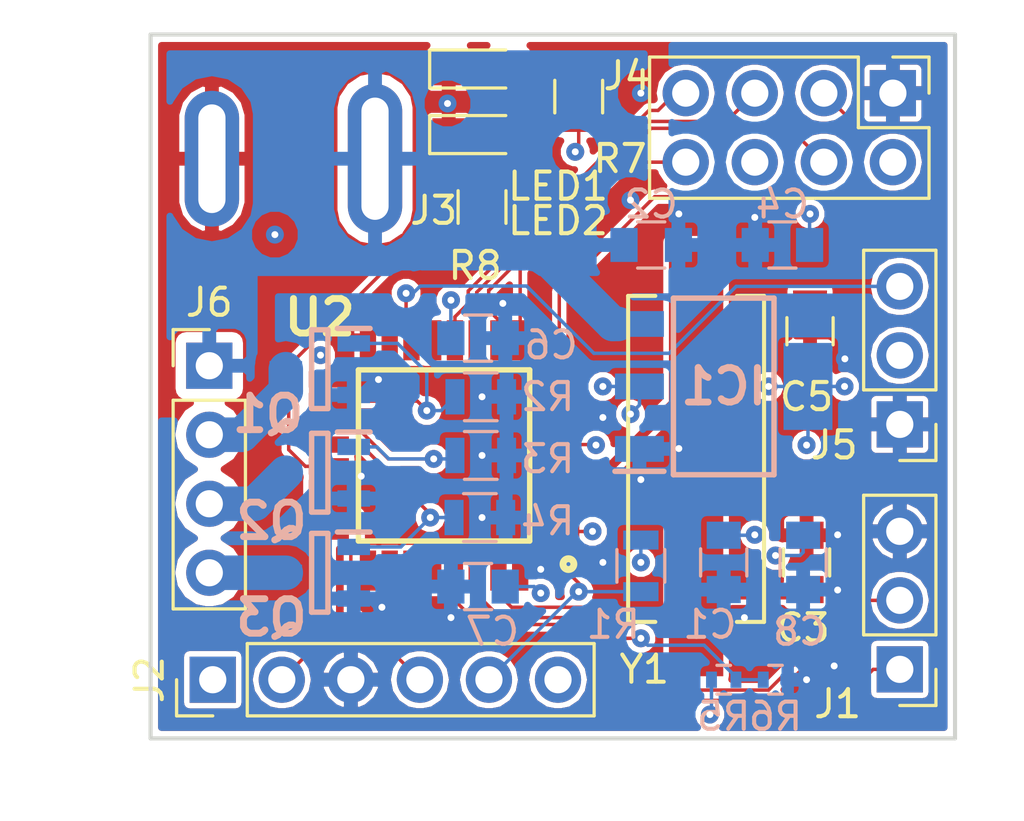
<source format=kicad_pcb>
(kicad_pcb (version 20171130) (host pcbnew "(5.0.2)-1")
  (layers (0 F.Cu signal) (1 In1.Cu power) (2 In2.Cu power) (31 B.Cu signal) (34 B.Paste user) (35 F.Paste user) (36 B.SilkS user) (37 F.SilkS user) (38 B.Mask user) (39 F.Mask user) (44 Edge.Cuts user))
  (net 0 "")
  (net 1 +12V)
  (net 2 GND)
  (net 3 "Net-(C3-Pad1)")
  (net 4 "Net-(C5-Pad1)")
  (net 5 NRF_EN)
  (net 6 CS_NRF)
  (net 7 SCK)
  (net 8 MOSI)
  (net 9 MISO)
  (net 10 NRF_INT)
  (net 11 Heart_Input)
  (net 12 GREEN)
  (net 13 RED)
  (net 14 BLUE)
  (net 15 +3V3)
  (net 16 SWCLK)
  (net 17 SWDIO)
  (net 18 NRST)
  (net 19 UART_TX)
  (net 20 UART_RX)
  (net 21 "Net-(J6-Pad4)")
  (net 22 "Net-(J6-Pad3)")
  (net 23 "Net-(J6-Pad2)")
  (net 24 "Net-(U2-Pad6)")
  (net 25 "Net-(U2-Pad7)")
  (net 26 "Net-(U2-Pad15)")
  (net 27 "Net-(U2-Pad22)")
  (net 28 "Net-(U2-Pad25)")
  (net 29 "Net-(U2-Pad26)")
  (net 30 "Net-(U2-Pad27)")
  (net 31 "Net-(U2-Pad28)")
  (net 32 "Net-(R5-Pad2)")
  (net 33 "Net-(J2-Pad6)")
  (net 34 "Net-(LED1-Pad2)")
  (net 35 "Net-(LED2-Pad2)")
  (net 36 "Net-(R8-Pad1)")
  (module LEDs:LED_0805 (layer F.Cu) (at 90.551 80.645)
    (fp_text reference LED1 (at 2.921 4.318) (layer F.SilkS))
    (fp_text value 150080VS75000)
    (fp_line (start -1.8 -0.7) (end -1.8 0.7) (layer F.SilkS) (width 0.12))
    (fp_line (start -1.8 0.7) (end 1 0.7) (layer F.SilkS) (width 0.12))
    (fp_line (start -1.8 -0.7) (end 1 -0.7) (layer F.SilkS) (width 0.12))
    (pad 2 smd rect (at 1.1 0 180) (size 1.2 1.2) (layers F.Cu F.Paste F.Mask) (net 34 "Net-(LED1-Pad2)"))
    (pad 1 smd rect (at -1.1 0 180) (size 1.2 1.2) (layers F.Cu F.Paste F.Mask) (net 2 GND))
  )
  (module LEDs:LED_0805 (layer F.Cu) (at 90.551 83.058)
    (fp_text reference LED2 (at 2.921 3.175) (layer F.SilkS))
    (fp_text value 150080VS75000)
    (fp_line (start -1.8 -0.7) (end 1 -0.7) (layer F.SilkS) (width 0.12))
    (fp_line (start -1.8 0.7) (end 1 0.7) (layer F.SilkS) (width 0.12))
    (fp_line (start -1.8 -0.7) (end -1.8 0.7) (layer F.SilkS) (width 0.12))
    (pad 1 smd rect (at -1.1 0 180) (size 1.2 1.2) (layers F.Cu F.Paste F.Mask) (net 2 GND))
    (pad 2 smd rect (at 1.1 0 180) (size 1.2 1.2) (layers F.Cu F.Paste F.Mask) (net 35 "Net-(LED2-Pad2)"))
  )
  (module Custom:Pin_Header_Straight_1x03_Pitch2.54mm (layer F.Cu) (at 106.045 102.743 180)
    (fp_text reference J1 (at 2.286 -1.27 180) (layer F.SilkS))
    (fp_text value Conn_01x03)
    (fp_line (start -1.33 6.41) (end 1.33 6.41) (layer F.SilkS) (width 0.12))
    (fp_line (start -1.33 1.27) (end -1.33 6.41) (layer F.SilkS) (width 0.12))
    (fp_line (start 1.33 1.27) (end 1.33 6.41) (layer F.SilkS) (width 0.12))
    (fp_line (start -1.33 1.27) (end 1.33 1.27) (layer F.SilkS) (width 0.12))
    (fp_line (start -1.33 0) (end -1.33 -1.33) (layer F.SilkS) (width 0.12))
    (fp_line (start -1.33 -1.33) (end 0 -1.33) (layer F.SilkS) (width 0.12))
    (pad 1 thru_hole rect (at 0 0 180) (size 1.7 1.7) (drill 1) (layers *.Cu *.Mask) (net 19 UART_TX))
    (pad 2 thru_hole oval (at 0 2.54 180) (size 1.7 1.7) (drill 1) (layers *.Cu *.Mask) (net 20 UART_RX))
    (pad 3 thru_hole oval (at 0 5.08 180) (size 1.7 1.7) (drill 1) (layers *.Cu *.Mask) (net 2 GND))
  )
  (module Custom:Pin_Header_Straight_1x03_Pitch2.54mm (layer F.Cu) (at 106.045 93.726 180)
    (fp_text reference J5 (at 2.413 -0.762 180) (layer F.SilkS))
    (fp_text value Conn_01x03)
    (fp_line (start -1.33 6.41) (end 1.33 6.41) (layer F.SilkS) (width 0.12))
    (fp_line (start -1.33 1.27) (end -1.33 6.41) (layer F.SilkS) (width 0.12))
    (fp_line (start 1.33 1.27) (end 1.33 6.41) (layer F.SilkS) (width 0.12))
    (fp_line (start -1.33 1.27) (end 1.33 1.27) (layer F.SilkS) (width 0.12))
    (fp_line (start -1.33 0) (end -1.33 -1.33) (layer F.SilkS) (width 0.12))
    (fp_line (start -1.33 -1.33) (end 0 -1.33) (layer F.SilkS) (width 0.12))
    (pad 1 thru_hole rect (at 0 0 180) (size 1.7 1.7) (drill 1) (layers *.Cu *.Mask) (net 2 GND))
    (pad 2 thru_hole oval (at 0 2.54 180) (size 1.7 1.7) (drill 1) (layers *.Cu *.Mask) (net 15 +3V3))
    (pad 3 thru_hole oval (at 0 5.08 180) (size 1.7 1.7) (drill 1) (layers *.Cu *.Mask) (net 11 Heart_Input))
  )
  (module Custom:Pin_Header_Straight_1x04_Pitch2.54mm (layer F.Cu) (at 80.645 91.567)
    (fp_text reference J6 (at 0 -2.33) (layer F.SilkS))
    (fp_text value Conn_01x04)
    (fp_line (start -1.33 8.95) (end 1.33 8.95) (layer F.SilkS) (width 0.12))
    (fp_line (start -1.33 1.27) (end -1.33 8.95) (layer F.SilkS) (width 0.12))
    (fp_line (start 1.33 1.27) (end 1.33 8.95) (layer F.SilkS) (width 0.12))
    (fp_line (start -1.33 1.27) (end 1.33 1.27) (layer F.SilkS) (width 0.12))
    (fp_line (start -1.33 0) (end -1.33 -1.33) (layer F.SilkS) (width 0.12))
    (fp_line (start -1.33 -1.33) (end 0 -1.33) (layer F.SilkS) (width 0.12))
    (pad 1 thru_hole rect (at 0 0) (size 1.7 1.7) (drill 1) (layers *.Cu *.Mask) (net 1 +12V))
    (pad 2 thru_hole oval (at 0 2.54) (size 1.7 1.7) (drill 1) (layers *.Cu *.Mask) (net 23 "Net-(J6-Pad2)"))
    (pad 3 thru_hole oval (at 0 5.08) (size 1.7 1.7) (drill 1) (layers *.Cu *.Mask) (net 22 "Net-(J6-Pad3)"))
    (pad 4 thru_hole oval (at 0 7.62) (size 1.7 1.7) (drill 1) (layers *.Cu *.Mask) (net 21 "Net-(J6-Pad4)"))
  )
  (module Custom:Pin_Header_Straight_1x06_Pitch2.54mm (layer F.Cu) (at 80.772 103.124 90)
    (fp_text reference J2 (at 0 -2.33 90) (layer F.SilkS))
    (fp_text value Conn_01x06)
    (fp_line (start -1.33 14.03) (end 1.33 14.03) (layer F.SilkS) (width 0.12))
    (fp_line (start -1.33 1.27) (end -1.33 14.03) (layer F.SilkS) (width 0.12))
    (fp_line (start 1.33 1.27) (end 1.33 14.03) (layer F.SilkS) (width 0.12))
    (fp_line (start -1.33 1.27) (end 1.33 1.27) (layer F.SilkS) (width 0.12))
    (fp_line (start -1.33 0) (end -1.33 -1.33) (layer F.SilkS) (width 0.12))
    (fp_line (start -1.33 -1.33) (end 0 -1.33) (layer F.SilkS) (width 0.12))
    (pad 1 thru_hole rect (at 0 0 90) (size 1.7 1.7) (drill 1) (layers *.Cu *.Mask) (net 15 +3V3))
    (pad 2 thru_hole oval (at 0 2.54 90) (size 1.7 1.7) (drill 1) (layers *.Cu *.Mask) (net 16 SWCLK))
    (pad 3 thru_hole oval (at 0 5.08 90) (size 1.7 1.7) (drill 1) (layers *.Cu *.Mask) (net 2 GND))
    (pad 4 thru_hole oval (at 0 7.62 90) (size 1.7 1.7) (drill 1) (layers *.Cu *.Mask) (net 17 SWDIO))
    (pad 5 thru_hole oval (at 0 10.16 90) (size 1.7 1.7) (drill 1) (layers *.Cu *.Mask) (net 18 NRST))
    (pad 6 thru_hole oval (at 0 12.7 90) (size 1.7 1.7) (drill 1) (layers *.Cu *.Mask) (net 33 "Net-(J2-Pad6)"))
  )
  (module Custom:Pin_Header_Straight_2x04_Pitch2.54mm (layer F.Cu) (at 105.791 81.534 270)
    (fp_text reference J4 (at -0.635 9.779) (layer F.SilkS))
    (fp_text value Conn_02x04_Odd_Even)
    (fp_line (start -1.33 8.95) (end 3.87 8.95) (layer F.SilkS) (width 0.12))
    (fp_line (start -1.33 1.27) (end -1.33 8.95) (layer F.SilkS) (width 0.12))
    (fp_line (start 3.87 -1.33) (end 3.87 8.95) (layer F.SilkS) (width 0.12))
    (fp_line (start -1.33 1.27) (end 1.27 1.27) (layer F.SilkS) (width 0.12))
    (fp_line (start 1.27 1.27) (end 1.27 -1.33) (layer F.SilkS) (width 0.12))
    (fp_line (start 1.27 -1.33) (end 3.87 -1.33) (layer F.SilkS) (width 0.12))
    (fp_line (start -1.33 0) (end -1.33 -1.33) (layer F.SilkS) (width 0.12))
    (fp_line (start -1.33 -1.33) (end 0 -1.33) (layer F.SilkS) (width 0.12))
    (pad 1 thru_hole rect (at 0 0 270) (size 1.7 1.7) (drill 1) (layers *.Cu *.Mask) (net 2 GND))
    (pad 2 thru_hole oval (at 2.54 0 270) (size 1.7 1.7) (drill 1) (layers *.Cu *.Mask) (net 15 +3V3))
    (pad 3 thru_hole oval (at 0 2.54 270) (size 1.7 1.7) (drill 1) (layers *.Cu *.Mask) (net 5 NRF_EN))
    (pad 4 thru_hole oval (at 2.54 2.54 270) (size 1.7 1.7) (drill 1) (layers *.Cu *.Mask) (net 6 CS_NRF))
    (pad 5 thru_hole oval (at 0 5.08 270) (size 1.7 1.7) (drill 1) (layers *.Cu *.Mask) (net 7 SCK))
    (pad 6 thru_hole oval (at 2.54 5.08 270) (size 1.7 1.7) (drill 1) (layers *.Cu *.Mask) (net 8 MOSI))
    (pad 7 thru_hole oval (at 0 7.62 270) (size 1.7 1.7) (drill 1) (layers *.Cu *.Mask) (net 9 MISO))
    (pad 8 thru_hole oval (at 2.54 7.62 270) (size 1.7 1.7) (drill 1) (layers *.Cu *.Mask) (net 10 NRF_INT))
  )
  (module Custom:SOT230P700X180-4N (layer B.Cu) (at 99.568 92.329)
    (fp_text reference IC1 (at 0 0) (layer B.SilkS) (effects (font (size 1.27 1.27) (thickness 0.254)) (justify mirror)))
    (fp_text value SPX1117M3-L-3-3_TR hide)
    (fp_line (start -4 3.125) (end -2.2 3.125) (layer B.SilkS) (width 0.2))
    (fp_line (start -1.85 -3.25) (end -1.85 3.25) (layer B.SilkS) (width 0.2))
    (fp_line (start 1.85 -3.25) (end -1.85 -3.25) (layer B.SilkS) (width 0.2))
    (fp_line (start 1.85 3.25) (end 1.85 -3.25) (layer B.SilkS) (width 0.2))
    (fp_line (start -1.85 3.25) (end 1.85 3.25) (layer B.SilkS) (width 0.2))
    (pad 4 smd rect (at 3.1 0) (size 1.8 3.2) (layers B.Cu B.Paste B.Mask) (net 15 +3V3))
    (pad 3 smd rect (at -3.1 -2.3 270) (size 0.95 1.8) (layers B.Cu B.Paste B.Mask) (net 1 +12V))
    (pad 2 smd rect (at -3.1 0 270) (size 0.95 1.8) (layers B.Cu B.Paste B.Mask) (net 15 +3V3))
    (pad 1 smd rect (at -3.1 2.3 270) (size 0.95 1.8) (layers B.Cu B.Paste B.Mask) (net 2 GND))
  )
  (module Custom:csm-7x (layer F.Cu) (at 98.552 94.996 270)
    (fp_text reference Y1 (at 7.747 1.905) (layer F.SilkS))
    (fp_text value Crystal)
    (fp_line (start 6 -2.5) (end 6 -1.5) (layer F.SilkS) (width 0.15))
    (fp_line (start 6 2.5) (end 6 1.5) (layer F.SilkS) (width 0.15))
    (fp_line (start -6 2.5) (end -6 1.5) (layer F.SilkS) (width 0.15))
    (fp_line (start -6 -2.5) (end -6 -1.5) (layer F.SilkS) (width 0.15))
    (fp_line (start -6 2.5) (end 6 2.5) (layer F.SilkS) (width 0.15))
    (fp_line (start 6 -2.5) (end -6 -2.5) (layer F.SilkS) (width 0.15))
    (pad 2 smd rect (at -5 0 270) (size 6 2) (layers F.Cu F.Paste F.Mask) (net 4 "Net-(C5-Pad1)"))
    (pad 1 smd rect (at 5 0 270) (size 6 2) (layers F.Cu F.Paste F.Mask) (net 3 "Net-(C3-Pad1)"))
  )
  (module Custom:2_pin_barrel_jack (layer F.Cu) (at 80.741 83.947)
    (fp_text reference J3 (at 8.159 1.905) (layer F.SilkS))
    (fp_text value Barrel_Jack)
    (pad 1 thru_hole oval (at 6 0) (size 2 5.5) (drill oval 1 4.5) (layers *.Cu *.Mask) (net 1 +12V))
    (pad 2 thru_hole oval (at 0 0) (size 2 5) (drill oval 1 4) (layers *.Cu *.Mask) (net 2 GND))
  )
  (module Capacitors_SMD:C_0805 (layer B.Cu) (at 99.568 98.806 90)
    (fp_text reference C1 (at -2.286 -0.508 180) (layer B.SilkS) (effects (justify mirror)))
    (fp_text value 1uF)
    (fp_line (start 0.5 0.85) (end -0.5 0.85) (layer B.SilkS) (width 0.12))
    (fp_line (start -0.5 -0.85) (end 0.5 -0.85) (layer B.SilkS) (width 0.12))
    (pad 1 smd rect (at -1 0 90) (size 1 1.25) (layers B.Cu B.Paste B.Mask) (net 2 GND))
    (pad 2 smd rect (at 1 0 90) (size 1 1.25) (layers B.Cu B.Paste B.Mask) (net 15 +3V3))
  )
  (module Capacitors_SMD:C_0805 (layer B.Cu) (at 96.901 87.122 180)
    (fp_text reference C2 (at 0 1.5 180) (layer B.SilkS) (effects (justify mirror)))
    (fp_text value 1uF)
    (fp_line (start 0.5 0.85) (end -0.5 0.85) (layer B.SilkS) (width 0.12))
    (fp_line (start -0.5 -0.85) (end 0.5 -0.85) (layer B.SilkS) (width 0.12))
    (pad 1 smd rect (at -1 0 180) (size 1 1.25) (layers B.Cu B.Paste B.Mask) (net 2 GND))
    (pad 2 smd rect (at 1 0 180) (size 1 1.25) (layers B.Cu B.Paste B.Mask) (net 1 +12V))
  )
  (module Capacitors_SMD:C_0805 (layer F.Cu) (at 102.616 98.806 90)
    (fp_text reference C3 (at -2.413 -0.127 180) (layer F.SilkS))
    (fp_text value C_small)
    (fp_line (start 0.5 -0.85) (end -0.5 -0.85) (layer F.SilkS) (width 0.12))
    (fp_line (start -0.5 0.85) (end 0.5 0.85) (layer F.SilkS) (width 0.12))
    (pad 1 smd rect (at -1 0 90) (size 1 1.25) (layers F.Cu F.Paste F.Mask) (net 3 "Net-(C3-Pad1)"))
    (pad 2 smd rect (at 1 0 90) (size 1 1.25) (layers F.Cu F.Paste F.Mask) (net 2 GND))
  )
  (module Capacitors_SMD:C_0805 (layer B.Cu) (at 101.727 87.122 180)
    (fp_text reference C4 (at 0 1.5 180) (layer B.SilkS) (effects (justify mirror)))
    (fp_text value 10uF)
    (fp_line (start 0.5 0.85) (end -0.5 0.85) (layer B.SilkS) (width 0.12))
    (fp_line (start -0.5 -0.85) (end 0.5 -0.85) (layer B.SilkS) (width 0.12))
    (pad 1 smd rect (at -1 0 180) (size 1 1.25) (layers B.Cu B.Paste B.Mask) (net 15 +3V3))
    (pad 2 smd rect (at 1 0 180) (size 1 1.25) (layers B.Cu B.Paste B.Mask) (net 2 GND))
  )
  (module Capacitors_SMD:C_0805 (layer F.Cu) (at 102.743 90.297 270)
    (fp_text reference C5 (at 2.413 0.127) (layer F.SilkS))
    (fp_text value C_small)
    (fp_line (start 0.5 -0.85) (end -0.5 -0.85) (layer F.SilkS) (width 0.12))
    (fp_line (start -0.5 0.85) (end 0.5 0.85) (layer F.SilkS) (width 0.12))
    (pad 1 smd rect (at -1 0 270) (size 1 1.25) (layers F.Cu F.Paste F.Mask) (net 4 "Net-(C5-Pad1)"))
    (pad 2 smd rect (at 1 0 270) (size 1 1.25) (layers F.Cu F.Paste F.Mask) (net 2 GND))
  )
  (module Capacitors_SMD:C_0805 (layer B.Cu) (at 90.531 90.551)
    (fp_text reference C6 (at 2.687 0.254) (layer B.SilkS) (effects (justify mirror)))
    (fp_text value 0.1uF)
    (fp_line (start 0.5 0.85) (end -0.5 0.85) (layer B.SilkS) (width 0.12))
    (fp_line (start -0.5 -0.85) (end 0.5 -0.85) (layer B.SilkS) (width 0.12))
    (pad 1 smd rect (at -1 0) (size 1 1.25) (layers B.Cu B.Paste B.Mask) (net 15 +3V3))
    (pad 2 smd rect (at 1 0) (size 1 1.25) (layers B.Cu B.Paste B.Mask) (net 2 GND))
  )
  (module Capacitors_SMD:C_0805 (layer B.Cu) (at 90.531 99.695 180)
    (fp_text reference C7 (at -0.528 -1.651 180) (layer B.SilkS) (effects (justify mirror)))
    (fp_text value 0.1uF)
    (fp_line (start 0.5 0.85) (end -0.5 0.85) (layer B.SilkS) (width 0.12))
    (fp_line (start -0.5 -0.85) (end 0.5 -0.85) (layer B.SilkS) (width 0.12))
    (pad 1 smd rect (at -1 0 180) (size 1 1.25) (layers B.Cu B.Paste B.Mask) (net 15 +3V3))
    (pad 2 smd rect (at 1 0 180) (size 1 1.25) (layers B.Cu B.Paste B.Mask) (net 2 GND))
  )
  (module Capacitors_SMD:C_0805 (layer B.Cu) (at 102.489 98.806 270)
    (fp_text reference C8 (at 2.54 0.127) (layer B.SilkS) (effects (justify mirror)))
    (fp_text value 0.1uF)
    (fp_line (start 0.5 0.85) (end -0.5 0.85) (layer B.SilkS) (width 0.12))
    (fp_line (start -0.5 -0.85) (end 0.5 -0.85) (layer B.SilkS) (width 0.12))
    (pad 1 smd rect (at -1 0 270) (size 1 1.25) (layers B.Cu B.Paste B.Mask) (net 15 +3V3))
    (pad 2 smd rect (at 1 0 270) (size 1 1.25) (layers B.Cu B.Paste B.Mask) (net 2 GND))
  )
  (module Resistors_SMD:R_0805 (layer B.Cu) (at 96.52 98.933 270)
    (fp_text reference R1 (at 2.159 1.016) (layer B.SilkS) (effects (justify mirror)))
    (fp_text value 10k)
    (fp_line (start 0.6 -0.88) (end -0.6 -0.88) (layer B.SilkS) (width 0.12))
    (fp_line (start -0.6 0.88) (end 0.6 0.88) (layer B.SilkS) (width 0.12))
    (pad 1 smd rect (at -0.95 0 270) (size 0.7 1.3) (layers B.Cu B.Paste B.Mask) (net 15 +3V3))
    (pad 2 smd rect (at 0.95 0 270) (size 0.7 1.3) (layers B.Cu B.Paste B.Mask) (net 18 NRST))
  )
  (module Resistors_SMD:R_0805 (layer B.Cu) (at 90.631 92.71)
    (fp_text reference R2 (at 2.46 0) (layer B.SilkS) (effects (justify mirror)))
    (fp_text value 10k)
    (fp_line (start 0.6 -0.88) (end -0.6 -0.88) (layer B.SilkS) (width 0.12))
    (fp_line (start -0.6 0.88) (end 0.6 0.88) (layer B.SilkS) (width 0.12))
    (pad 1 smd rect (at -0.95 0) (size 0.7 1.3) (layers B.Cu B.Paste B.Mask) (net 12 GREEN))
    (pad 2 smd rect (at 0.95 0) (size 0.7 1.3) (layers B.Cu B.Paste B.Mask) (net 2 GND))
  )
  (module Resistors_SMD:R_0805 (layer B.Cu) (at 90.631 94.869)
    (fp_text reference R3 (at 2.46 0.127) (layer B.SilkS) (effects (justify mirror)))
    (fp_text value 10k)
    (fp_line (start 0.6 -0.88) (end -0.6 -0.88) (layer B.SilkS) (width 0.12))
    (fp_line (start -0.6 0.88) (end 0.6 0.88) (layer B.SilkS) (width 0.12))
    (pad 1 smd rect (at -0.95 0) (size 0.7 1.3) (layers B.Cu B.Paste B.Mask) (net 13 RED))
    (pad 2 smd rect (at 0.95 0) (size 0.7 1.3) (layers B.Cu B.Paste B.Mask) (net 2 GND))
  )
  (module Resistors_SMD:R_0805 (layer B.Cu) (at 90.598 97.155)
    (fp_text reference R4 (at 2.493 0.127) (layer B.SilkS) (effects (justify mirror)))
    (fp_text value 10k)
    (fp_line (start 0.6 -0.88) (end -0.6 -0.88) (layer B.SilkS) (width 0.12))
    (fp_line (start -0.6 0.88) (end 0.6 0.88) (layer B.SilkS) (width 0.12))
    (pad 1 smd rect (at -0.95 0) (size 0.7 1.3) (layers B.Cu B.Paste B.Mask) (net 14 BLUE))
    (pad 2 smd rect (at 0.95 0) (size 0.7 1.3) (layers B.Cu B.Paste B.Mask) (net 2 GND))
  )
  (module Custom:QFP80P900X900X160-32N (layer F.Cu) (at 89.281 94.869 180)
    (fp_text reference U2 (at 4.572 5.08 180) (layer F.SilkS) (effects (font (size 1.27 1.27) (thickness 0.254))))
    (fp_text value STM32F030K6Tx hide)
    (fp_circle (center -4.575 -4) (end -4.775 -4) (layer F.SilkS) (width 0.254))
    (fp_line (start -3.15 3.15) (end -3.15 -3.15) (layer F.SilkS) (width 0.2))
    (fp_line (start 3.15 3.15) (end -3.15 3.15) (layer F.SilkS) (width 0.2))
    (fp_line (start 3.15 -3.15) (end 3.15 3.15) (layer F.SilkS) (width 0.2))
    (fp_line (start -3.15 -3.15) (end 3.15 -3.15) (layer F.SilkS) (width 0.2))
    (pad 32 smd rect (at -2.8 -4.238 180) (size 0.6 1.475) (layers F.Cu F.Paste F.Mask) (net 2 GND))
    (pad 31 smd rect (at -2 -4.238 180) (size 0.6 1.475) (layers F.Cu F.Paste F.Mask) (net 32 "Net-(R5-Pad2)"))
    (pad 30 smd rect (at -1.2 -4.238 180) (size 0.6 1.475) (layers F.Cu F.Paste F.Mask) (net 20 UART_RX))
    (pad 29 smd rect (at -0.4 -4.238 180) (size 0.6 1.475) (layers F.Cu F.Paste F.Mask) (net 19 UART_TX))
    (pad 28 smd rect (at 0.4 -4.238 180) (size 0.6 1.475) (layers F.Cu F.Paste F.Mask) (net 31 "Net-(U2-Pad28)"))
    (pad 27 smd rect (at 1.2 -4.238 180) (size 0.6 1.475) (layers F.Cu F.Paste F.Mask) (net 30 "Net-(U2-Pad27)"))
    (pad 26 smd rect (at 2 -4.238 180) (size 0.6 1.475) (layers F.Cu F.Paste F.Mask) (net 29 "Net-(U2-Pad26)"))
    (pad 25 smd rect (at 2.8 -4.238 180) (size 0.6 1.475) (layers F.Cu F.Paste F.Mask) (net 28 "Net-(U2-Pad25)"))
    (pad 24 smd rect (at 4.238 -2.8 270) (size 0.6 1.475) (layers F.Cu F.Paste F.Mask) (net 16 SWCLK))
    (pad 23 smd rect (at 4.238 -2 270) (size 0.6 1.475) (layers F.Cu F.Paste F.Mask) (net 17 SWDIO))
    (pad 22 smd rect (at 4.238 -1.2 270) (size 0.6 1.475) (layers F.Cu F.Paste F.Mask) (net 27 "Net-(U2-Pad22)"))
    (pad 21 smd rect (at 4.238 -0.4 270) (size 0.6 1.475) (layers F.Cu F.Paste F.Mask) (net 36 "Net-(R8-Pad1)"))
    (pad 20 smd rect (at 4.238 0.4 270) (size 0.6 1.475) (layers F.Cu F.Paste F.Mask) (net 14 BLUE))
    (pad 19 smd rect (at 4.238 1.2 270) (size 0.6 1.475) (layers F.Cu F.Paste F.Mask) (net 13 RED))
    (pad 18 smd rect (at 4.238 2 270) (size 0.6 1.475) (layers F.Cu F.Paste F.Mask) (net 12 GREEN))
    (pad 17 smd rect (at 4.238 2.8 270) (size 0.6 1.475) (layers F.Cu F.Paste F.Mask) (net 15 +3V3))
    (pad 16 smd rect (at 2.8 4.238 180) (size 0.6 1.475) (layers F.Cu F.Paste F.Mask) (net 2 GND))
    (pad 15 smd rect (at 2 4.238 180) (size 0.6 1.475) (layers F.Cu F.Paste F.Mask) (net 26 "Net-(U2-Pad15)"))
    (pad 14 smd rect (at 1.2 4.238 180) (size 0.6 1.475) (layers F.Cu F.Paste F.Mask) (net 11 Heart_Input))
    (pad 13 smd rect (at 0.4 4.238 180) (size 0.6 1.475) (layers F.Cu F.Paste F.Mask) (net 8 MOSI))
    (pad 12 smd rect (at -0.4 4.238 180) (size 0.6 1.475) (layers F.Cu F.Paste F.Mask) (net 9 MISO))
    (pad 11 smd rect (at -1.2 4.238 180) (size 0.6 1.475) (layers F.Cu F.Paste F.Mask) (net 7 SCK))
    (pad 10 smd rect (at -2 4.238 180) (size 0.6 1.475) (layers F.Cu F.Paste F.Mask) (net 6 CS_NRF))
    (pad 9 smd rect (at -2.8 4.238 180) (size 0.6 1.475) (layers F.Cu F.Paste F.Mask) (net 10 NRF_INT))
    (pad 8 smd rect (at -4.238 2.8 270) (size 0.6 1.475) (layers F.Cu F.Paste F.Mask) (net 5 NRF_EN))
    (pad 7 smd rect (at -4.238 2 270) (size 0.6 1.475) (layers F.Cu F.Paste F.Mask) (net 25 "Net-(U2-Pad7)"))
    (pad 6 smd rect (at -4.238 1.2 270) (size 0.6 1.475) (layers F.Cu F.Paste F.Mask) (net 24 "Net-(U2-Pad6)"))
    (pad 5 smd rect (at -4.238 0.4 270) (size 0.6 1.475) (layers F.Cu F.Paste F.Mask) (net 15 +3V3))
    (pad 4 smd rect (at -4.238 -0.4 270) (size 0.6 1.475) (layers F.Cu F.Paste F.Mask) (net 18 NRST))
    (pad 3 smd rect (at -4.238 -1.2 270) (size 0.6 1.475) (layers F.Cu F.Paste F.Mask) (net 4 "Net-(C5-Pad1)"))
    (pad 2 smd rect (at -4.238 -2 270) (size 0.6 1.475) (layers F.Cu F.Paste F.Mask) (net 3 "Net-(C3-Pad1)"))
    (pad 1 smd rect (at -4.238 -2.8 270) (size 0.6 1.475) (layers F.Cu F.Paste F.Mask) (net 15 +3V3))
  )
  (module Custom:SOT95P280X130-3N (layer B.Cu) (at 84.709 99.187 180)
    (fp_text reference Q3 (at 1.778 -1.651 180) (layer B.SilkS) (effects (font (size 1.27 1.27) (thickness 0.254)) (justify mirror)))
    (fp_text value TSM320N03CX hide)
    (fp_line (start -1.85 1.5) (end -0.65 1.5) (layer B.SilkS) (width 0.2))
    (fp_line (start -0.3 -1.45) (end -0.3 1.45) (layer B.SilkS) (width 0.2))
    (fp_line (start 0.3 -1.45) (end -0.3 -1.45) (layer B.SilkS) (width 0.2))
    (fp_line (start 0.3 1.45) (end 0.3 -1.45) (layer B.SilkS) (width 0.2))
    (fp_line (start -0.3 1.45) (end 0.3 1.45) (layer B.SilkS) (width 0.2))
    (pad 3 smd rect (at 1.25 0 90) (size 0.6 1.2) (layers B.Cu B.Paste B.Mask) (net 21 "Net-(J6-Pad4)"))
    (pad 2 smd rect (at -1.25 -0.95 90) (size 0.6 1.2) (layers B.Cu B.Paste B.Mask) (net 2 GND))
    (pad 1 smd rect (at -1.25 0.95 90) (size 0.6 1.2) (layers B.Cu B.Paste B.Mask) (net 14 BLUE))
  )
  (module Custom:SOT95P280X130-3N (layer B.Cu) (at 84.709 95.504 180)
    (fp_text reference Q2 (at 1.778 -1.778 180) (layer B.SilkS) (effects (font (size 1.27 1.27) (thickness 0.254)) (justify mirror)))
    (fp_text value TSM320N03CX hide)
    (fp_line (start -1.85 1.5) (end -0.65 1.5) (layer B.SilkS) (width 0.2))
    (fp_line (start -0.3 -1.45) (end -0.3 1.45) (layer B.SilkS) (width 0.2))
    (fp_line (start 0.3 -1.45) (end -0.3 -1.45) (layer B.SilkS) (width 0.2))
    (fp_line (start 0.3 1.45) (end 0.3 -1.45) (layer B.SilkS) (width 0.2))
    (fp_line (start -0.3 1.45) (end 0.3 1.45) (layer B.SilkS) (width 0.2))
    (pad 3 smd rect (at 1.25 0 90) (size 0.6 1.2) (layers B.Cu B.Paste B.Mask) (net 22 "Net-(J6-Pad3)"))
    (pad 2 smd rect (at -1.25 -0.95 90) (size 0.6 1.2) (layers B.Cu B.Paste B.Mask) (net 2 GND))
    (pad 1 smd rect (at -1.25 0.95 90) (size 0.6 1.2) (layers B.Cu B.Paste B.Mask) (net 13 RED))
  )
  (module Custom:SOT95P280X130-3N (layer B.Cu) (at 84.709 91.694 180)
    (fp_text reference Q1 (at 1.905 -1.651 180) (layer B.SilkS) (effects (font (size 1.27 1.27) (thickness 0.254)) (justify mirror)))
    (fp_text value TSM320N03CX hide)
    (fp_line (start -1.85 1.5) (end -0.65 1.5) (layer B.SilkS) (width 0.2))
    (fp_line (start -0.3 -1.45) (end -0.3 1.45) (layer B.SilkS) (width 0.2))
    (fp_line (start 0.3 -1.45) (end -0.3 -1.45) (layer B.SilkS) (width 0.2))
    (fp_line (start 0.3 1.45) (end 0.3 -1.45) (layer B.SilkS) (width 0.2))
    (fp_line (start -0.3 1.45) (end 0.3 1.45) (layer B.SilkS) (width 0.2))
    (pad 3 smd rect (at 1.25 0 90) (size 0.6 1.2) (layers B.Cu B.Paste B.Mask) (net 23 "Net-(J6-Pad2)"))
    (pad 2 smd rect (at -1.25 -0.95 90) (size 0.6 1.2) (layers B.Cu B.Paste B.Mask) (net 2 GND))
    (pad 1 smd rect (at -1.25 0.95 90) (size 0.6 1.2) (layers B.Cu B.Paste B.Mask) (net 12 GREEN))
  )
  (module Resistors_SMD:R_0402 (layer B.Cu) (at 101.473 103.124)
    (fp_text reference R6 (at 0 1.35) (layer B.SilkS) (effects (justify mirror)))
    (fp_text value 0)
    (fp_line (start 0.25 0.53) (end -0.25 0.53) (layer B.SilkS) (width 0.12))
    (fp_line (start -0.25 -0.53) (end 0.25 -0.53) (layer B.SilkS) (width 0.12))
    (pad 1 smd rect (at -0.45 0) (size 0.4 0.6) (layers B.Cu B.Paste B.Mask) (net 32 "Net-(R5-Pad2)"))
    (pad 2 smd rect (at 0.45 0) (size 0.4 0.6) (layers B.Cu B.Paste B.Mask) (net 2 GND))
  )
  (module Resistors_SMD:R_0402 (layer B.Cu) (at 99.568 103.124)
    (fp_text reference R5 (at 0 1.35) (layer B.SilkS) (effects (justify mirror)))
    (fp_text value no-pop)
    (fp_line (start 0.25 0.53) (end -0.25 0.53) (layer B.SilkS) (width 0.12))
    (fp_line (start -0.25 -0.53) (end 0.25 -0.53) (layer B.SilkS) (width 0.12))
    (pad 1 smd rect (at -0.45 0) (size 0.4 0.6) (layers B.Cu B.Paste B.Mask) (net 15 +3V3))
    (pad 2 smd rect (at 0.45 0) (size 0.4 0.6) (layers B.Cu B.Paste B.Mask) (net 32 "Net-(R5-Pad2)"))
  )
  (module Resistors_SMD:R_0805 (layer F.Cu) (at 94.234 81.661 90)
    (fp_text reference R7 (at -2.286 1.524 180) (layer F.SilkS))
    (fp_text value 1k)
    (fp_line (start 0.6 0.88) (end -0.6 0.88) (layer F.SilkS) (width 0.12))
    (fp_line (start -0.6 -0.88) (end 0.6 -0.88) (layer F.SilkS) (width 0.12))
    (pad 1 smd rect (at -0.95 0 90) (size 0.7 1.3) (layers F.Cu F.Paste F.Mask) (net 15 +3V3))
    (pad 2 smd rect (at 0.95 0 90) (size 0.7 1.3) (layers F.Cu F.Paste F.Mask) (net 34 "Net-(LED1-Pad2)"))
  )
  (module Resistors_SMD:R_0805 (layer F.Cu) (at 90.678 85.725 90)
    (fp_text reference R8 (at -2.159 -0.254 180) (layer F.SilkS))
    (fp_text value 1k)
    (fp_line (start -0.6 -0.88) (end 0.6 -0.88) (layer F.SilkS) (width 0.12))
    (fp_line (start 0.6 0.88) (end -0.6 0.88) (layer F.SilkS) (width 0.12))
    (pad 2 smd rect (at 0.95 0 90) (size 0.7 1.3) (layers F.Cu F.Paste F.Mask) (net 35 "Net-(LED2-Pad2)"))
    (pad 1 smd rect (at -0.95 0 90) (size 0.7 1.3) (layers F.Cu F.Paste F.Mask) (net 36 "Net-(R8-Pad1)"))
  )
  (gr_line (start 108.077 105.283) (end 78.486 105.283) (layer Edge.Cuts) (width 0.15))
  (gr_line (start 108.077 79.375) (end 108.077 105.283) (layer Edge.Cuts) (width 0.15))
  (gr_line (start 78.486 79.375) (end 78.486 105.283) (layer Edge.Cuts) (width 0.15))
  (gr_line (start 108.077 79.375) (end 78.486 79.375) (layer Edge.Cuts) (width 0.15))
  (segment (start 93.218 86.682) (end 93.218 87.204) (width 1.27) (layer B.Cu) (net 1))
  (segment (start 92.487 84.201) (end 92.487 85.951) (width 1.27) (layer B.Cu) (net 1))
  (segment (start 92.487 85.951) (end 93.218 86.682) (width 1.27) (layer B.Cu) (net 1))
  (segment (start 93.218 86.682) (end 93.218 87.757) (width 1.27) (layer B.Cu) (net 1))
  (segment (start 95.49 90.029) (end 95.684622 90.029) (width 1.27) (layer B.Cu) (net 1))
  (segment (start 93.218 87.757) (end 95.49 90.029) (width 1.27) (layer B.Cu) (net 1))
  (via (at 95.123 98.806) (size 0.6604) (drill 0.254) (layers F.Cu B.Cu) (net 2))
  (via (at 95.123 93.472) (size 0.6604) (drill 0.254) (layers F.Cu B.Cu) (net 2))
  (via (at 96.139 85.471) (size 0.6604) (drill 0.254) (layers F.Cu B.Cu) (net 2))
  (via (at 83.058 86.741) (size 0.6604) (drill 0.254) (layers F.Cu B.Cu) (net 2))
  (via (at 103.632 102.616) (size 0.6604) (drill 0.254) (layers F.Cu B.Cu) (net 2))
  (via (at 91.443059 89.27166) (size 0.6604) (drill 0.254) (layers F.Cu B.Cu) (net 2))
  (segment (start 91.531 90.551) (end 91.531 89.359601) (width 0.127) (layer B.Cu) (net 2))
  (segment (start 91.531 89.359601) (end 91.443059 89.27166) (width 0.127) (layer B.Cu) (net 2))
  (via (at 86.868 92.075) (size 0.6604) (drill 0.254) (layers F.Cu B.Cu) (net 2))
  (segment (start 85.959 92.644) (end 86.299 92.644) (width 0.127) (layer B.Cu) (net 2))
  (segment (start 86.299 92.644) (end 86.868 92.075) (width 0.508) (layer B.Cu) (net 2))
  (segment (start 86.481 91.688) (end 86.868 92.075) (width 0.127) (layer F.Cu) (net 2))
  (segment (start 86.481 90.631) (end 86.481 91.688) (width 0.127) (layer F.Cu) (net 2))
  (via (at 86.23347 95.631064) (size 0.6604) (drill 0.254) (layers F.Cu B.Cu) (net 2))
  (segment (start 85.959 96.454) (end 85.959 95.905534) (width 0.508) (layer B.Cu) (net 2))
  (segment (start 85.959 95.905534) (end 86.23347 95.631064) (width 0.508) (layer B.Cu) (net 2))
  (via (at 86.995 100.457) (size 0.6604) (drill 0.254) (layers F.Cu B.Cu) (net 2))
  (segment (start 85.959 100.137) (end 86.675 100.137) (width 0.508) (layer B.Cu) (net 2))
  (segment (start 86.675 100.137) (end 86.995 100.457) (width 0.508) (layer B.Cu) (net 2))
  (via (at 89.535 100.838) (size 0.6604) (drill 0.254) (layers F.Cu B.Cu) (net 2))
  (segment (start 89.531 99.695) (end 89.531 100.834) (width 0.127) (layer B.Cu) (net 2))
  (segment (start 89.531 100.834) (end 89.535 100.838) (width 0.127) (layer B.Cu) (net 2))
  (via (at 92.837 99.06) (size 0.6604) (drill 0.254) (layers F.Cu B.Cu) (net 2))
  (segment (start 92.081 99.107) (end 92.79 99.107) (width 0.127) (layer F.Cu) (net 2))
  (segment (start 92.79 99.107) (end 92.837 99.06) (width 0.127) (layer F.Cu) (net 2))
  (via (at 103.759 97.79) (size 0.6604) (drill 0.254) (layers F.Cu B.Cu) (net 2))
  (segment (start 102.616 97.806) (end 103.743 97.806) (width 0.127) (layer F.Cu) (net 2))
  (segment (start 103.743 97.806) (end 103.759 97.79) (width 0.127) (layer F.Cu) (net 2))
  (via (at 103.759 99.822) (size 0.6604) (drill 0.254) (layers F.Cu B.Cu) (net 2))
  (segment (start 102.489 99.806) (end 103.743 99.806) (width 0.127) (layer B.Cu) (net 2))
  (segment (start 103.743 99.806) (end 103.759 99.822) (width 0.127) (layer B.Cu) (net 2))
  (via (at 100.33 100.838) (size 0.6604) (drill 0.254) (layers F.Cu B.Cu) (net 2))
  (segment (start 99.973 100.838) (end 100.33 100.838) (width 0.127) (layer B.Cu) (net 2))
  (segment (start 99.568 99.806) (end 99.568 100.433) (width 0.127) (layer B.Cu) (net 2))
  (segment (start 99.568 100.433) (end 99.973 100.838) (width 0.127) (layer B.Cu) (net 2))
  (via (at 104.025202 91.313) (size 0.6604) (drill 0.254) (layers F.Cu B.Cu) (net 2))
  (segment (start 102.743 91.297) (end 104.009202 91.297) (width 0.127) (layer F.Cu) (net 2))
  (segment (start 104.009202 91.297) (end 104.025202 91.313) (width 0.127) (layer F.Cu) (net 2))
  (via (at 100.711 86.106) (size 0.6604) (drill 0.254) (layers F.Cu B.Cu) (net 2))
  (segment (start 100.727 87.122) (end 100.727 86.122) (width 0.127) (layer B.Cu) (net 2))
  (segment (start 100.727 86.122) (end 100.711 86.106) (width 0.127) (layer B.Cu) (net 2))
  (via (at 97.917 85.979) (size 0.6604) (drill 0.254) (layers F.Cu B.Cu) (net 2))
  (segment (start 97.901 87.122) (end 97.901 85.995) (width 0.127) (layer B.Cu) (net 2))
  (segment (start 97.901 85.995) (end 97.917 85.979) (width 0.127) (layer B.Cu) (net 2))
  (via (at 90.678 97.155) (size 0.6604) (drill 0.254) (layers F.Cu B.Cu) (net 2))
  (segment (start 91.548 97.155) (end 90.678 97.155) (width 0.127) (layer B.Cu) (net 2))
  (via (at 90.678 94.869) (size 0.6604) (drill 0.254) (layers F.Cu B.Cu) (net 2))
  (segment (start 91.581 94.869) (end 90.678 94.869) (width 0.127) (layer B.Cu) (net 2))
  (via (at 90.678 92.71) (size 0.6604) (drill 0.254) (layers F.Cu B.Cu) (net 2))
  (segment (start 91.581 92.71) (end 90.678 92.71) (width 0.127) (layer B.Cu) (net 2))
  (via (at 102.616 103.124) (size 0.6604) (drill 0.254) (layers F.Cu B.Cu) (net 2))
  (segment (start 101.923 103.124) (end 102.616 103.124) (width 0.127) (layer B.Cu) (net 2))
  (via (at 97.917 94.615) (size 0.6604) (drill 0.254) (layers F.Cu B.Cu) (net 2))
  (segment (start 96.468 94.629) (end 97.903 94.629) (width 0.127) (layer B.Cu) (net 2))
  (segment (start 97.903 94.629) (end 97.917 94.615) (width 0.127) (layer B.Cu) (net 2))
  (via (at 96.52 95.758) (size 0.6604) (drill 0.254) (layers F.Cu B.Cu) (net 2))
  (segment (start 96.468 94.629) (end 96.468 95.706) (width 0.127) (layer B.Cu) (net 2))
  (segment (start 96.468 95.706) (end 96.52 95.758) (width 0.127) (layer B.Cu) (net 2))
  (via (at 96.52 81.534) (size 0.6604) (drill 0.254) (layers F.Cu B.Cu) (net 2))
  (via (at 89.408 81.915) (size 0.6604) (drill 0.254) (layers F.Cu B.Cu) (net 2))
  (segment (start 89.451 80.645) (end 89.451 81.872) (width 0.127) (layer F.Cu) (net 2))
  (segment (start 89.451 81.872) (end 89.408 81.915) (width 0.127) (layer F.Cu) (net 2))
  (segment (start 89.451 81.958) (end 89.408 81.915) (width 0.127) (layer F.Cu) (net 2))
  (segment (start 89.451 83.058) (end 89.451 81.958) (width 0.127) (layer F.Cu) (net 2))
  (segment (start 98.742 99.806) (end 98.552 99.996) (width 0.35) (layer F.Cu) (net 3))
  (segment (start 94.6065 96.869) (end 93.519 96.869) (width 0.35) (layer F.Cu) (net 3))
  (segment (start 97.425 96.869) (end 94.6065 96.869) (width 0.35) (layer F.Cu) (net 3))
  (segment (start 98.552 97.996) (end 97.425 96.869) (width 0.35) (layer F.Cu) (net 3))
  (segment (start 98.552 99.996) (end 98.552 97.996) (width 0.35) (layer F.Cu) (net 3))
  (segment (start 102.426 99.996) (end 102.616 99.806) (width 0.35) (layer F.Cu) (net 3))
  (segment (start 98.552 99.996) (end 102.426 99.996) (width 0.35) (layer F.Cu) (net 3))
  (segment (start 94.6065 96.069) (end 93.519 96.069) (width 0.35) (layer F.Cu) (net 4))
  (segment (start 98.552 92.1235) (end 94.6065 96.069) (width 0.35) (layer F.Cu) (net 4))
  (segment (start 98.552 89.996) (end 98.552 92.1235) (width 0.35) (layer F.Cu) (net 4))
  (segment (start 102.044 89.996) (end 102.743 89.297) (width 0.35) (layer F.Cu) (net 4))
  (segment (start 98.552 89.996) (end 102.044 89.996) (width 0.35) (layer F.Cu) (net 4))
  (segment (start 104.521 82.804) (end 103.251 81.534) (width 0.127) (layer F.Cu) (net 5))
  (segment (start 104.521 84.582) (end 104.521 82.804) (width 0.127) (layer F.Cu) (net 5))
  (segment (start 103.759 85.344) (end 104.521 84.582) (width 0.127) (layer F.Cu) (net 5))
  (segment (start 97.028 85.344) (end 103.759 85.344) (width 0.127) (layer F.Cu) (net 5))
  (segment (start 93.519 92.069) (end 93.519 88.853) (width 0.127) (layer F.Cu) (net 5))
  (segment (start 93.519 88.853) (end 97.028 85.344) (width 0.127) (layer F.Cu) (net 5))
  (segment (start 102.005511 82.828511) (end 102.108 82.931) (width 0.127) (layer F.Cu) (net 6))
  (segment (start 96.898265 82.828511) (end 102.005511 82.828511) (width 0.127) (layer F.Cu) (net 6))
  (segment (start 90.944134 88.782642) (end 96.898265 82.828511) (width 0.127) (layer F.Cu) (net 6))
  (segment (start 103.251 84.074) (end 102.108 82.931) (width 0.127) (layer F.Cu) (net 6))
  (segment (start 91.281 90.631) (end 91.281 89.880239) (width 0.127) (layer F.Cu) (net 6))
  (segment (start 90.922358 89.521597) (end 90.922358 88.782642) (width 0.127) (layer F.Cu) (net 6))
  (segment (start 91.281 89.880239) (end 90.922358 89.521597) (width 0.127) (layer F.Cu) (net 6))
  (segment (start 90.922358 88.782642) (end 90.944134 88.782642) (width 0.127) (layer F.Cu) (net 6))
  (segment (start 90.481 90.631) (end 90.481 88.864776) (width 0.127) (layer F.Cu) (net 7))
  (segment (start 99.861001 82.383999) (end 100.711 81.534) (width 0.127) (layer F.Cu) (net 7))
  (segment (start 99.670499 82.574501) (end 99.861001 82.383999) (width 0.127) (layer F.Cu) (net 7))
  (segment (start 96.771275 82.574501) (end 99.670499 82.574501) (width 0.127) (layer F.Cu) (net 7))
  (segment (start 90.481 88.864776) (end 96.771275 82.574501) (width 0.127) (layer F.Cu) (net 7))
  (segment (start 89.681 89.7665) (end 90.17 89.2775) (width 0.127) (layer F.Cu) (net 9))
  (segment (start 89.681 90.631) (end 89.681 89.7665) (width 0.127) (layer F.Cu) (net 9))
  (segment (start 90.17 89.2775) (end 90.17 88.816552) (width 0.127) (layer F.Cu) (net 9))
  (segment (start 90.17 88.816552) (end 96.817552 82.169) (width 0.127) (layer F.Cu) (net 9))
  (segment (start 96.817552 82.169) (end 97.155 82.169) (width 0.127) (layer F.Cu) (net 9))
  (segment (start 97.79 81.534) (end 98.171 81.534) (width 0.127) (layer F.Cu) (net 9))
  (segment (start 97.155 82.169) (end 97.79 81.534) (width 0.127) (layer F.Cu) (net 9))
  (segment (start 92.081 90.631) (end 92.081 88.005) (width 0.127) (layer F.Cu) (net 10))
  (segment (start 96.012 84.074) (end 98.171 84.074) (width 0.127) (layer F.Cu) (net 10))
  (segment (start 92.081 88.005) (end 96.012 84.074) (width 0.127) (layer F.Cu) (net 10))
  (segment (start 97.563592 91.10851) (end 94.79151 91.10851) (width 0.127) (layer B.Cu) (net 11))
  (segment (start 106.045 88.646) (end 100.026102 88.646) (width 0.127) (layer B.Cu) (net 11))
  (segment (start 100.026102 88.646) (end 97.563592 91.10851) (width 0.127) (layer B.Cu) (net 11))
  (segment (start 92.316299 88.633299) (end 88.404701 88.633299) (width 0.127) (layer B.Cu) (net 11))
  (segment (start 94.79151 91.10851) (end 92.316299 88.633299) (width 0.127) (layer B.Cu) (net 11))
  (via (at 87.884 88.9) (size 0.6604) (drill 0.254) (layers F.Cu B.Cu) (net 11))
  (segment (start 88.404701 88.633299) (end 88.138 88.9) (width 0.127) (layer B.Cu) (net 11))
  (segment (start 88.138 88.9) (end 87.884 88.9) (width 0.127) (layer B.Cu) (net 11))
  (segment (start 87.884 90.434) (end 88.081 90.631) (width 0.127) (layer F.Cu) (net 11))
  (segment (start 87.884 88.9) (end 87.884 90.434) (width 0.127) (layer F.Cu) (net 11))
  (segment (start 85.043 92.869) (end 88.297 92.869) (width 0.127) (layer F.Cu) (net 12))
  (via (at 88.646 93.218) (size 0.6604) (drill 0.254) (layers F.Cu B.Cu) (net 12))
  (segment (start 88.297 92.869) (end 88.646 93.218) (width 0.127) (layer F.Cu) (net 12))
  (segment (start 89.173 93.218) (end 89.681 92.71) (width 0.127) (layer B.Cu) (net 12))
  (segment (start 88.646 93.218) (end 89.173 93.218) (width 0.127) (layer B.Cu) (net 12))
  (segment (start 88.646 93.218) (end 88.646 91.821) (width 0.127) (layer B.Cu) (net 12))
  (segment (start 87.569 90.744) (end 85.959 90.744) (width 0.127) (layer B.Cu) (net 12))
  (segment (start 88.646 91.821) (end 87.569 90.744) (width 0.127) (layer B.Cu) (net 12))
  (segment (start 85.9075 93.669) (end 87.2345 94.996) (width 0.127) (layer F.Cu) (net 13))
  (segment (start 85.043 93.669) (end 85.9075 93.669) (width 0.127) (layer F.Cu) (net 13))
  (via (at 88.9 94.996) (size 0.6604) (drill 0.254) (layers F.Cu B.Cu) (net 13))
  (segment (start 87.2345 94.996) (end 88.9 94.996) (width 0.127) (layer F.Cu) (net 13))
  (segment (start 89.554 94.996) (end 89.681 94.869) (width 0.127) (layer B.Cu) (net 13))
  (segment (start 88.9 94.996) (end 89.554 94.996) (width 0.127) (layer B.Cu) (net 13))
  (segment (start 88.9 94.996) (end 87.249 94.996) (width 0.127) (layer B.Cu) (net 13))
  (segment (start 86.807 94.554) (end 85.959 94.554) (width 0.127) (layer B.Cu) (net 13))
  (segment (start 87.249 94.996) (end 86.807 94.554) (width 0.127) (layer B.Cu) (net 13))
  (segment (start 85.043 94.469) (end 86.214 94.469) (width 0.127) (layer F.Cu) (net 14))
  (via (at 88.773 97.155) (size 0.6604) (drill 0.254) (layers F.Cu B.Cu) (net 14))
  (segment (start 86.214 94.469) (end 88.773 97.028) (width 0.127) (layer F.Cu) (net 14))
  (segment (start 88.773 97.028) (end 88.773 97.155) (width 0.127) (layer F.Cu) (net 14))
  (segment (start 88.773 97.155) (end 89.648 97.155) (width 0.127) (layer B.Cu) (net 14))
  (segment (start 87.691 98.237) (end 85.959 98.237) (width 0.127) (layer B.Cu) (net 14))
  (segment (start 88.773 97.155) (end 87.691 98.237) (width 0.127) (layer B.Cu) (net 14))
  (via (at 89.535 89.154) (size 0.6604) (drill 0.254) (layers F.Cu B.Cu) (net 15))
  (segment (start 89.531 90.551) (end 89.531 89.158) (width 0.127) (layer B.Cu) (net 15))
  (segment (start 89.531 89.158) (end 89.535 89.154) (width 0.127) (layer B.Cu) (net 15))
  (via (at 84.736366 91.177243) (size 0.6604) (drill 0.254) (layers F.Cu B.Cu) (net 15))
  (segment (start 85.043 92.069) (end 85.043 91.483877) (width 0.127) (layer F.Cu) (net 15))
  (segment (start 85.043 91.483877) (end 84.736366 91.177243) (width 0.127) (layer F.Cu) (net 15))
  (via (at 94.742 97.663) (size 0.6604) (drill 0.254) (layers F.Cu B.Cu) (net 15))
  (segment (start 93.519 97.669) (end 94.736 97.669) (width 0.127) (layer F.Cu) (net 15))
  (segment (start 94.736 97.669) (end 94.742 97.663) (width 0.127) (layer F.Cu) (net 15))
  (via (at 96.52 98.806) (size 0.6604) (drill 0.254) (layers F.Cu B.Cu) (net 15))
  (segment (start 96.52 97.983) (end 96.52 98.806) (width 0.127) (layer B.Cu) (net 15))
  (via (at 100.711 97.79) (size 0.6604) (drill 0.254) (layers F.Cu B.Cu) (net 15))
  (segment (start 99.568 97.806) (end 100.695 97.806) (width 0.127) (layer B.Cu) (net 15))
  (segment (start 100.695 97.806) (end 100.711 97.79) (width 0.127) (layer B.Cu) (net 15))
  (via (at 101.473 98.552) (size 0.6604) (drill 0.254) (layers F.Cu B.Cu) (net 15))
  (segment (start 102.37 98.552) (end 101.473 98.552) (width 0.127) (layer B.Cu) (net 15))
  (segment (start 102.489 97.806) (end 102.489 98.433) (width 0.127) (layer B.Cu) (net 15))
  (segment (start 102.489 98.433) (end 102.37 98.552) (width 0.127) (layer B.Cu) (net 15))
  (via (at 95.123 92.329) (size 0.6604) (drill 0.254) (layers F.Cu B.Cu) (net 15))
  (segment (start 96.468 92.329) (end 95.441 92.329) (width 0.127) (layer B.Cu) (net 15))
  (segment (start 95.441 92.329) (end 95.123 92.329) (width 0.127) (layer B.Cu) (net 15))
  (via (at 96.139 93.345) (size 0.6604) (drill 0.254) (layers F.Cu B.Cu) (net 15))
  (segment (start 96.468 92.329) (end 96.468 93.016) (width 0.127) (layer B.Cu) (net 15))
  (segment (start 96.468 93.016) (end 96.139 93.345) (width 0.127) (layer B.Cu) (net 15))
  (via (at 101.219 92.329) (size 0.6604) (drill 0.254) (layers F.Cu B.Cu) (net 15))
  (segment (start 102.668 92.329) (end 101.219 92.329) (width 0.127) (layer B.Cu) (net 15))
  (via (at 102.616 94.488) (size 0.6604) (drill 0.254) (layers F.Cu B.Cu) (net 15))
  (segment (start 102.668 92.329) (end 102.668 94.436) (width 0.127) (layer B.Cu) (net 15))
  (segment (start 102.668 94.436) (end 102.616 94.488) (width 0.127) (layer B.Cu) (net 15))
  (via (at 104.013 92.329) (size 0.6604) (drill 0.254) (layers F.Cu B.Cu) (net 15))
  (segment (start 102.668 92.329) (end 104.013 92.329) (width 0.127) (layer B.Cu) (net 15))
  (via (at 102.743 85.979) (size 0.6604) (drill 0.254) (layers F.Cu B.Cu) (net 15))
  (segment (start 102.727 87.122) (end 102.727 85.995) (width 0.127) (layer B.Cu) (net 15))
  (segment (start 102.727 85.995) (end 102.743 85.979) (width 0.127) (layer B.Cu) (net 15))
  (via (at 99.06 104.4067) (size 0.6604) (drill 0.254) (layers F.Cu B.Cu) (net 15))
  (segment (start 99.118 103.124) (end 99.118 104.3487) (width 0.127) (layer B.Cu) (net 15))
  (segment (start 99.118 104.3487) (end 99.06 104.4067) (width 0.127) (layer B.Cu) (net 15))
  (via (at 94.869 94.488) (size 0.6604) (drill 0.254) (layers F.Cu B.Cu) (net 15))
  (segment (start 93.519 94.469) (end 94.85 94.469) (width 0.127) (layer F.Cu) (net 15))
  (segment (start 94.85 94.469) (end 94.869 94.488) (width 0.127) (layer F.Cu) (net 15))
  (via (at 92.837 99.9363) (size 0.6604) (drill 0.254) (layers F.Cu B.Cu) (net 15))
  (segment (start 91.531 99.695) (end 92.5957 99.695) (width 0.127) (layer B.Cu) (net 15))
  (segment (start 92.5957 99.695) (end 92.837 99.9363) (width 0.127) (layer B.Cu) (net 15))
  (via (at 94.107 83.693) (size 0.6604) (drill 0.254) (layers F.Cu B.Cu) (net 15))
  (segment (start 94.234 82.611) (end 94.234 83.566) (width 0.127) (layer F.Cu) (net 15))
  (segment (start 94.234 83.566) (end 94.107 83.693) (width 0.127) (layer F.Cu) (net 15))
  (segment (start 85.043 101.393) (end 83.312 103.124) (width 0.127) (layer F.Cu) (net 16))
  (segment (start 85.043 97.669) (end 85.043 101.393) (width 0.127) (layer F.Cu) (net 16))
  (segment (start 85.9075 96.869) (end 86.106 97.0675) (width 0.127) (layer F.Cu) (net 17))
  (segment (start 85.043 96.869) (end 85.9075 96.869) (width 0.127) (layer F.Cu) (net 17))
  (segment (start 86.106 97.0675) (end 86.106 98.044) (width 0.127) (layer F.Cu) (net 17))
  (segment (start 86.106 98.044) (end 85.852 98.298) (width 0.127) (layer F.Cu) (net 17))
  (segment (start 85.852 100.584) (end 88.392 103.124) (width 0.127) (layer F.Cu) (net 17))
  (segment (start 85.852 98.298) (end 85.852 100.584) (width 0.127) (layer F.Cu) (net 17))
  (segment (start 94.173 99.883) (end 90.932 103.124) (width 0.127) (layer B.Cu) (net 18))
  (segment (start 92.6545 95.269) (end 92.456 95.4675) (width 0.127) (layer F.Cu) (net 18))
  (segment (start 93.519 95.269) (end 92.6545 95.269) (width 0.127) (layer F.Cu) (net 18))
  (segment (start 92.456 95.4675) (end 92.456 98.044) (width 0.127) (layer F.Cu) (net 18))
  (segment (start 92.951299 98.539299) (end 93.205299 98.539299) (width 0.127) (layer F.Cu) (net 18))
  (segment (start 92.456 98.044) (end 92.951299 98.539299) (width 0.127) (layer F.Cu) (net 18))
  (via (at 94.234 99.883) (size 0.6604) (drill 0.254) (layers F.Cu B.Cu) (net 18))
  (segment (start 94.234 99.568) (end 94.234 99.883) (width 0.127) (layer F.Cu) (net 18))
  (segment (start 93.205299 98.539299) (end 94.234 99.568) (width 0.127) (layer F.Cu) (net 18))
  (segment (start 96.52 99.883) (end 94.234 99.883) (width 0.127) (layer B.Cu) (net 18))
  (segment (start 94.234 99.883) (end 94.173 99.883) (width 0.127) (layer B.Cu) (net 18))
  (segment (start 89.681 100.213362) (end 89.681 99.107) (width 0.127) (layer F.Cu) (net 19))
  (segment (start 106.045 102.743) (end 105.068 102.743) (width 0.127) (layer F.Cu) (net 19))
  (segment (start 105.068 102.743) (end 103.925 103.886) (width 0.127) (layer F.Cu) (net 19))
  (segment (start 103.925 103.886) (end 97.155 103.886) (width 0.127) (layer F.Cu) (net 19))
  (segment (start 97.155 103.886) (end 94.36101 101.09201) (width 0.127) (layer F.Cu) (net 19))
  (segment (start 94.36101 101.09201) (end 90.559648 101.09201) (width 0.127) (layer F.Cu) (net 19))
  (segment (start 90.559648 101.09201) (end 89.681 100.213362) (width 0.127) (layer F.Cu) (net 19))
  (segment (start 104.521 100.203) (end 106.045 100.203) (width 0.127) (layer F.Cu) (net 20))
  (segment (start 90.481 99.9715) (end 91.3475 100.838) (width 0.127) (layer F.Cu) (net 20))
  (segment (start 90.481 99.107) (end 90.481 99.9715) (width 0.127) (layer F.Cu) (net 20))
  (segment (start 91.3475 100.838) (end 94.615 100.838) (width 0.127) (layer F.Cu) (net 20))
  (segment (start 94.615 100.838) (end 97.282 103.505) (width 0.127) (layer F.Cu) (net 20))
  (segment (start 97.282 103.505) (end 101.219 103.505) (width 0.127) (layer F.Cu) (net 20))
  (segment (start 101.219 103.505) (end 104.521 100.203) (width 0.127) (layer F.Cu) (net 20))
  (segment (start 83.459 99.187) (end 80.645 99.187) (width 1.27) (layer B.Cu) (net 21))
  (segment (start 82.316 96.647) (end 80.645 96.647) (width 1.27) (layer B.Cu) (net 22))
  (segment (start 83.459 95.504) (end 82.316 96.647) (width 1.27) (layer B.Cu) (net 22))
  (segment (start 81.847081 94.107) (end 80.645 94.107) (width 1.27) (layer B.Cu) (net 23))
  (segment (start 83.459 92.495081) (end 81.847081 94.107) (width 1.27) (layer B.Cu) (net 23))
  (segment (start 83.459 91.694) (end 83.459 92.495081) (width 1.27) (layer B.Cu) (net 23))
  (segment (start 100.018 103.124) (end 101.023 103.124) (width 0.127) (layer B.Cu) (net 32))
  (segment (start 100.018 103.024) (end 98.848 101.854) (width 0.127) (layer B.Cu) (net 32))
  (segment (start 100.018 103.124) (end 100.018 103.024) (width 0.127) (layer B.Cu) (net 32))
  (via (at 96.52 101.6) (size 0.6604) (drill 0.254) (layers F.Cu B.Cu) (net 32))
  (segment (start 98.848 101.854) (end 96.774 101.854) (width 0.127) (layer B.Cu) (net 32))
  (segment (start 96.774 101.854) (end 96.52 101.6) (width 0.127) (layer B.Cu) (net 32))
  (segment (start 95.863224 101.6) (end 94.742 100.478776) (width 0.127) (layer F.Cu) (net 32))
  (segment (start 96.52 101.6) (end 95.863224 101.6) (width 0.127) (layer F.Cu) (net 32))
  (segment (start 94.509776 100.478776) (end 94.488 100.457) (width 0.127) (layer F.Cu) (net 32))
  (segment (start 94.742 100.478776) (end 94.509776 100.478776) (width 0.127) (layer F.Cu) (net 32))
  (segment (start 91.281 99.9715) (end 91.281 99.107) (width 0.127) (layer F.Cu) (net 32))
  (segment (start 91.7665 100.457) (end 91.281 99.9715) (width 0.127) (layer F.Cu) (net 32))
  (segment (start 94.488 100.457) (end 91.7665 100.457) (width 0.127) (layer F.Cu) (net 32))
  (segment (start 91.717 80.711) (end 91.651 80.645) (width 0.127) (layer F.Cu) (net 34))
  (segment (start 94.234 80.711) (end 91.717 80.711) (width 0.127) (layer F.Cu) (net 34))
  (segment (start 90.924 83.058) (end 91.651 83.058) (width 0.127) (layer F.Cu) (net 35))
  (segment (start 90.678 83.304) (end 90.924 83.058) (width 0.127) (layer F.Cu) (net 35))
  (segment (start 90.678 84.775) (end 90.678 83.304) (width 0.127) (layer F.Cu) (net 35))
  (segment (start 84.1785 95.269) (end 83.566 94.6565) (width 0.127) (layer F.Cu) (net 36))
  (segment (start 85.043 95.269) (end 84.1785 95.269) (width 0.127) (layer F.Cu) (net 36))
  (segment (start 89.901 86.675) (end 90.678 86.675) (width 0.127) (layer F.Cu) (net 36))
  (segment (start 88.467971 86.675) (end 89.901 86.675) (width 0.127) (layer F.Cu) (net 36))
  (segment (start 83.566 91.576971) (end 88.467971 86.675) (width 0.127) (layer F.Cu) (net 36))
  (segment (start 83.566 94.6565) (end 83.566 91.576971) (width 0.127) (layer F.Cu) (net 36))
  (zone (net 1) (net_name +12V) (layer B.Cu) (connect_pads (clearance 0.508)) (min_thickness 0.254) (fill yes (arc_segments 16) (thermal_gap 0.508) (thermal_bridge_width 0.508))
    (polygon (pts (xy 77.851 78.994) (xy 77.851 92.837) (xy 82.423 92.837) (xy 82.423 88.265) (xy 96.774 88.265) (xy 96.774 78.994)))
  )
  (zone (net 2) (net_name GND) (layer B.Cu) (connect_pads (clearance 0.2)) (min_thickness 0.254) (fill yes (arc_segments 16) (thermal_gap 0.2) (thermal_bridge_width 0.508))
    (polygon (pts (xy 97.536 78.994) (xy 97.536 88.9) (xy 83.058 88.9) (xy 83.058 93.472) (xy 77.851 93.472) (xy 77.851 106.172) (xy 108.712 106.172) (xy 108.712 79.121)))
  )
  (zone (net 2) (net_name GND) (layer F.Cu) (connect_pads (clearance 0.2)) (min_thickness 0.254) (fill yes (arc_segments 16) (thermal_gap 0.2) (thermal_bridge_width 0.508))
    (polygon (pts (xy 77.089 78.74) (xy 109.855 78.359) (xy 109.855 107.569) (xy 76.454 107.442)))
  )
)
</source>
